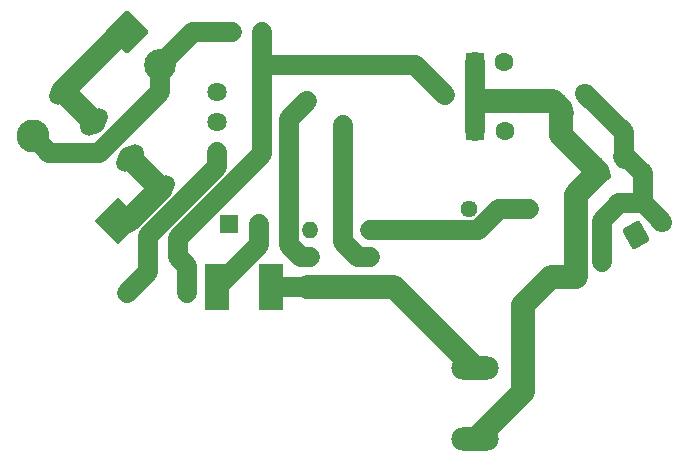
<source format=gbr>
G04 #@! TF.GenerationSoftware,KiCad,Pcbnew,(6.0.5)*
G04 #@! TF.CreationDate,2022-07-03T21:23:33+09:00*
G04 #@! TF.ProjectId,psu_board,7073755f-626f-4617-9264-2e6b69636164,rev?*
G04 #@! TF.SameCoordinates,Original*
G04 #@! TF.FileFunction,Copper,L2,Bot*
G04 #@! TF.FilePolarity,Positive*
%FSLAX46Y46*%
G04 Gerber Fmt 4.6, Leading zero omitted, Abs format (unit mm)*
G04 Created by KiCad (PCBNEW (6.0.5)) date 2022-07-03 21:23:33*
%MOMM*%
%LPD*%
G01*
G04 APERTURE LIST*
G04 Aperture macros list*
%AMRoundRect*
0 Rectangle with rounded corners*
0 $1 Rounding radius*
0 $2 $3 $4 $5 $6 $7 $8 $9 X,Y pos of 4 corners*
0 Add a 4 corners polygon primitive as box body*
4,1,4,$2,$3,$4,$5,$6,$7,$8,$9,$2,$3,0*
0 Add four circle primitives for the rounded corners*
1,1,$1+$1,$2,$3*
1,1,$1+$1,$4,$5*
1,1,$1+$1,$6,$7*
1,1,$1+$1,$8,$9*
0 Add four rect primitives between the rounded corners*
20,1,$1+$1,$2,$3,$4,$5,0*
20,1,$1+$1,$4,$5,$6,$7,0*
20,1,$1+$1,$6,$7,$8,$9,0*
20,1,$1+$1,$8,$9,$2,$3,0*%
%AMHorizOval*
0 Thick line with rounded ends*
0 $1 width*
0 $2 $3 position (X,Y) of the first rounded end (center of the circle)*
0 $4 $5 position (X,Y) of the second rounded end (center of the circle)*
0 Add line between two ends*
20,1,$1,$2,$3,$4,$5,0*
0 Add two circle primitives to create the rounded ends*
1,1,$1,$2,$3*
1,1,$1,$4,$5*%
%AMRotRect*
0 Rectangle, with rotation*
0 The origin of the aperture is its center*
0 $1 length*
0 $2 width*
0 $3 Rotation angle, in degrees counterclockwise*
0 Add horizontal line*
21,1,$1,$2,0,0,$3*%
G04 Aperture macros list end*
G04 #@! TA.AperFunction,ComponentPad*
%ADD10HorizOval,1.500000X-0.424264X-0.424264X0.424264X0.424264X0*%
G04 #@! TD*
G04 #@! TA.AperFunction,ComponentPad*
%ADD11RotRect,2.800000X2.800000X135.000000*%
G04 #@! TD*
G04 #@! TA.AperFunction,ComponentPad*
%ADD12HorizOval,2.800000X0.000000X0.000000X0.000000X0.000000X0*%
G04 #@! TD*
G04 #@! TA.AperFunction,ComponentPad*
%ADD13C,1.400000*%
G04 #@! TD*
G04 #@! TA.AperFunction,ComponentPad*
%ADD14O,1.400000X1.400000*%
G04 #@! TD*
G04 #@! TA.AperFunction,ComponentPad*
%ADD15R,1.600000X1.600000*%
G04 #@! TD*
G04 #@! TA.AperFunction,ComponentPad*
%ADD16C,1.600000*%
G04 #@! TD*
G04 #@! TA.AperFunction,ComponentPad*
%ADD17RoundRect,0.250000X-0.144615X-0.949519X0.894615X-0.349519X0.144615X0.949519X-0.894615X0.349519X0*%
G04 #@! TD*
G04 #@! TA.AperFunction,ComponentPad*
%ADD18HorizOval,1.700000X-0.075000X0.129904X0.075000X-0.129904X0*%
G04 #@! TD*
G04 #@! TA.AperFunction,ComponentPad*
%ADD19O,4.000000X2.000000*%
G04 #@! TD*
G04 #@! TA.AperFunction,ComponentPad*
%ADD20RoundRect,0.250001X-1.555634X0.000000X0.000000X-1.555634X1.555634X0.000000X0.000000X1.555634X0*%
G04 #@! TD*
G04 #@! TA.AperFunction,ComponentPad*
%ADD21C,2.700000*%
G04 #@! TD*
G04 #@! TA.AperFunction,SMDPad,CuDef*
%ADD22R,2.000000X4.000000*%
G04 #@! TD*
G04 #@! TA.AperFunction,ComponentPad*
%ADD23C,1.440000*%
G04 #@! TD*
G04 #@! TA.AperFunction,ComponentPad*
%ADD24C,1.635000*%
G04 #@! TD*
G04 #@! TA.AperFunction,ViaPad*
%ADD25C,0.800000*%
G04 #@! TD*
G04 #@! TA.AperFunction,Conductor*
%ADD26C,2.000000*%
G04 #@! TD*
G04 #@! TA.AperFunction,Conductor*
%ADD27C,1.700000*%
G04 #@! TD*
G04 APERTURE END LIST*
D10*
X125476000Y-97536000D03*
X122859705Y-94919705D03*
X131132854Y-103192854D03*
X128516559Y-100576559D03*
D11*
X127508000Y-105918000D03*
D12*
X120323795Y-98733795D03*
D13*
X148844000Y-106680000D03*
D14*
X143764000Y-106680000D03*
D15*
X157734000Y-92456000D03*
D16*
X160234000Y-92456000D03*
D17*
X165024969Y-96436337D03*
D18*
X167190033Y-95186337D03*
D13*
X133350000Y-112014000D03*
D14*
X128270000Y-112014000D03*
D19*
X157734000Y-118364000D03*
X157734000Y-124364000D03*
D13*
X143764000Y-108966000D03*
D14*
X148844000Y-108966000D03*
D20*
X128270000Y-89916000D03*
D21*
X131070143Y-92716143D03*
D15*
X157774000Y-98298000D03*
D16*
X160274000Y-98298000D03*
D22*
X135890000Y-111506000D03*
X140462000Y-111506000D03*
D17*
X168199969Y-101770337D03*
D18*
X170365033Y-100520337D03*
D15*
X136946000Y-106172000D03*
D16*
X139446000Y-106172000D03*
X132588000Y-108966000D03*
X130088000Y-108966000D03*
D17*
X171374969Y-107104337D03*
D18*
X173540033Y-105854337D03*
D23*
X162306000Y-104902000D03*
X159766000Y-104902000D03*
X157226000Y-104902000D03*
D24*
X135890000Y-100076000D03*
X135890000Y-97536000D03*
X135890000Y-94996000D03*
D16*
X139700000Y-89916000D03*
X137200000Y-89916000D03*
X166303469Y-110607000D03*
X168468533Y-109357000D03*
D25*
X143510000Y-95758000D03*
X155194000Y-95250000D03*
X143510000Y-111506000D03*
X146558000Y-97790000D03*
D26*
X122859705Y-94919705D02*
X125476000Y-97536000D01*
X127863410Y-89916000D02*
X122859705Y-94919705D01*
X128270000Y-89916000D02*
X127863410Y-89916000D01*
D27*
X130088000Y-108966000D02*
X130088000Y-107136166D01*
X170365033Y-98361337D02*
X167190033Y-95186337D01*
X121723794Y-100133794D02*
X125926206Y-100133794D01*
X130088000Y-107136166D02*
X135890000Y-101334166D01*
X171958000Y-104272304D02*
X171958000Y-101854000D01*
X170365033Y-100520337D02*
X170365033Y-98361337D01*
X171958000Y-101854000D02*
X170624337Y-100520337D01*
X139446000Y-107950000D02*
X139446000Y-106172000D01*
X168468533Y-109357000D02*
X168468533Y-105851467D01*
X172079696Y-104394000D02*
X173540033Y-105854337D01*
X168468533Y-105851467D02*
X169926000Y-104394000D01*
X135890000Y-101334166D02*
X135890000Y-100076000D01*
X130088000Y-110196000D02*
X128270000Y-112014000D01*
X173540033Y-105854337D02*
X171958000Y-104272304D01*
X170624337Y-100520337D02*
X170365033Y-100520337D01*
X169926000Y-104394000D02*
X172079696Y-104394000D01*
X133870286Y-89916000D02*
X137200000Y-89916000D01*
X120323795Y-98733795D02*
X121723794Y-100133794D01*
X131070143Y-92716143D02*
X133870286Y-89916000D01*
X125926206Y-100133794D02*
X131070143Y-94989857D01*
X130088000Y-108966000D02*
X130088000Y-110196000D01*
X131070143Y-94989857D02*
X131070143Y-92716143D01*
X135890000Y-111506000D02*
X139446000Y-107950000D01*
X157734000Y-95504000D02*
X157988000Y-95758000D01*
X142014489Y-107959467D02*
X143021022Y-108966000D01*
D26*
X157734000Y-124364000D02*
X157830000Y-124364000D01*
D27*
X142014489Y-97253511D02*
X142014489Y-107959467D01*
X157734000Y-98258000D02*
X157774000Y-98298000D01*
X157734000Y-95504000D02*
X157734000Y-98258000D01*
D26*
X166303469Y-103666837D02*
X168199969Y-101770337D01*
D27*
X143510000Y-95758000D02*
X142014489Y-97253511D01*
D26*
X166303469Y-110607000D02*
X164221000Y-110607000D01*
X165024969Y-96436337D02*
X165024969Y-98595337D01*
X161798000Y-120396000D02*
X161798000Y-113030000D01*
D27*
X157734000Y-92456000D02*
X157734000Y-95504000D01*
D26*
X164346632Y-95758000D02*
X157988000Y-95758000D01*
D27*
X143021022Y-108966000D02*
X143764000Y-108966000D01*
D26*
X165024969Y-98595337D02*
X168199969Y-101770337D01*
X164221000Y-110607000D02*
X161798000Y-113030000D01*
X166303469Y-110607000D02*
X166303469Y-103666837D01*
X157830000Y-124364000D02*
X161798000Y-120396000D01*
X165024969Y-96436337D02*
X164346632Y-95758000D01*
D27*
X155194000Y-95250000D02*
X152654000Y-92710000D01*
X139700000Y-92710000D02*
X139700000Y-89916000D01*
X132588000Y-108966000D02*
X132588000Y-107322492D01*
X133350000Y-109728000D02*
X132588000Y-108966000D01*
X132588000Y-107322492D02*
X139700000Y-100210492D01*
X133350000Y-112014000D02*
X133350000Y-109728000D01*
X139700000Y-100210492D02*
X139700000Y-92710000D01*
X152654000Y-92710000D02*
X139700000Y-92710000D01*
D26*
X157734000Y-118364000D02*
X150876000Y-111506000D01*
X150876000Y-111506000D02*
X143510000Y-111506000D01*
X128407708Y-105918000D02*
X131132854Y-103192854D01*
X128516559Y-100576559D02*
X131132854Y-103192854D01*
D27*
X140462000Y-111506000D02*
X143510000Y-111506000D01*
D26*
X127508000Y-105918000D02*
X128407708Y-105918000D01*
D27*
X146558000Y-97790000D02*
X146558000Y-107669949D01*
X147854051Y-108966000D02*
X148844000Y-108966000D01*
X146558000Y-107669949D02*
X147854051Y-108966000D01*
X162306000Y-104902000D02*
X159766000Y-104902000D01*
X159766000Y-104902000D02*
X157988000Y-106680000D01*
X157988000Y-106680000D02*
X148844000Y-106680000D01*
M02*

</source>
